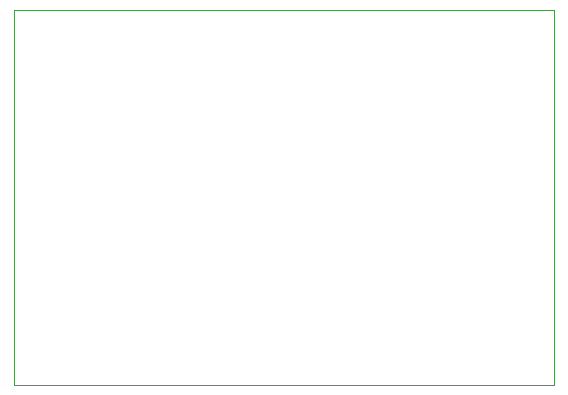
<source format=gbr>
G04 #@! TF.GenerationSoftware,KiCad,Pcbnew,(5.0.0)*
G04 #@! TF.CreationDate,2020-09-09T22:39:45-04:00*
G04 #@! TF.ProjectId,breadboard_midi,6272656164626F6172645F6D6964692E,rev?*
G04 #@! TF.SameCoordinates,Original*
G04 #@! TF.FileFunction,Profile,NP*
%FSLAX46Y46*%
G04 Gerber Fmt 4.6, Leading zero omitted, Abs format (unit mm)*
G04 Created by KiCad (PCBNEW (5.0.0)) date 09/09/20 22:39:45*
%MOMM*%
%LPD*%
G01*
G04 APERTURE LIST*
%ADD10C,0.100000*%
G04 APERTURE END LIST*
D10*
X171450000Y-83820000D02*
X171450000Y-115570000D01*
X125730000Y-83820000D02*
X171450000Y-83820000D01*
X125730000Y-115570000D02*
X125730000Y-83820000D01*
X171450000Y-115570000D02*
X125730000Y-115570000D01*
M02*

</source>
